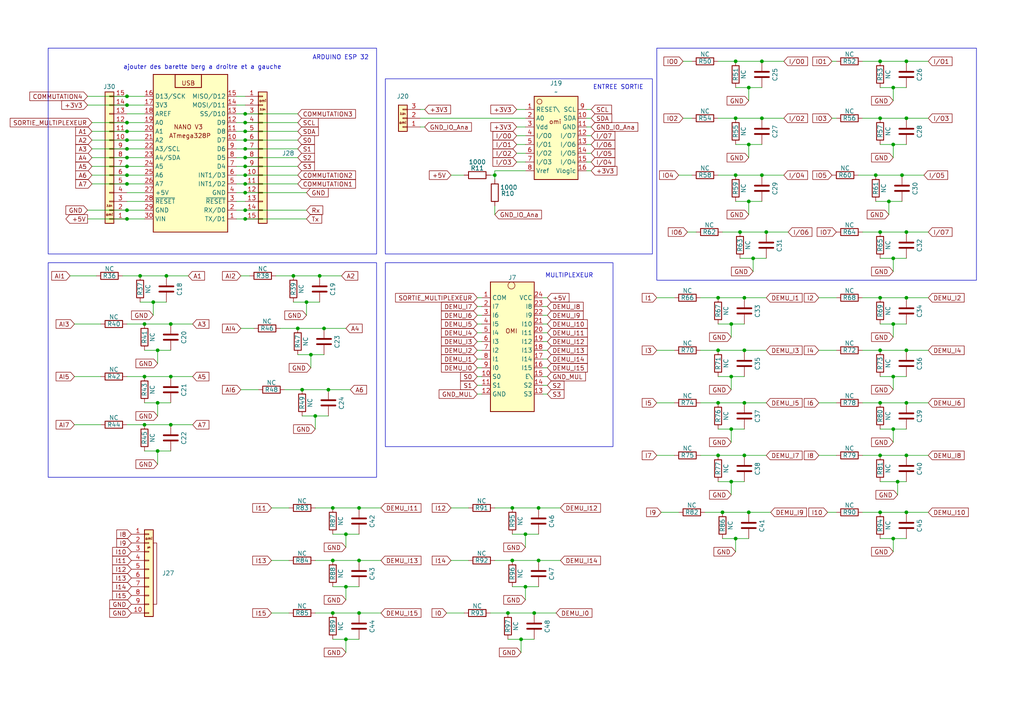
<source format=kicad_sch>
(kicad_sch (version 20231120) (generator "eeschema") (generator_version "8.0")
  (paper "A4")
  (junction (at 100.33 170.18))
  (junction (at 88.9 87.63))
  (junction (at 104.14 177.8))
  (junction (at 45.72 101.6))
  (junction (at 36.83 40.64))
  (junction (at 92.71 80.01))
  (junction (at 36.83 30.48))
  (junction (at 262.89 86.36))
  (junction (at 259.08 93.98))
  (junction (at 208.28 86.36))
  (junction (at 152.4 154.94))
  (junction (at 156.21 162.56))
  (junction (at 71.12 38.1))
  (junction (at 100.33 185.42))
  (junction (at 87.63 113.03))
  (junction (at 215.9 101.6))
  (junction (at 104.14 147.32))
  (junction (at 255.27 101.6))
  (junction (at 262.89 17.78))
  (junction (at 254 50.8))
  (junction (at 262.89 148.59))
  (junction (at 262.89 34.29))
  (junction (at 255.27 86.36))
  (junction (at 36.83 53.34))
  (junction (at 209.55 148.59))
  (junction (at 95.25 113.03))
  (junction (at 255.27 116.84))
  (junction (at 147.32 177.8))
  (junction (at 100.33 154.94))
  (junction (at 49.53 123.19))
  (junction (at 156.21 147.32))
  (junction (at 90.17 102.87))
  (junction (at 148.59 162.56))
  (junction (at 154.94 177.8))
  (junction (at 259.08 41.91))
  (junction (at 71.12 63.5))
  (junction (at 36.83 38.1))
  (junction (at 91.44 120.65))
  (junction (at 36.83 63.5))
  (junction (at 85.09 80.01))
  (junction (at 208.28 101.6))
  (junction (at 71.12 53.34))
  (junction (at 208.28 116.84))
  (junction (at 222.25 67.31))
  (junction (at 49.53 109.22))
  (junction (at 36.83 43.18))
  (junction (at 71.12 43.18))
  (junction (at 71.12 55.88))
  (junction (at 220.98 17.78))
  (junction (at 260.35 139.7))
  (junction (at 262.89 67.31))
  (junction (at 71.12 60.96))
  (junction (at 257.81 58.42))
  (junction (at 262.89 132.08))
  (junction (at 36.83 45.72))
  (junction (at 40.64 80.01))
  (junction (at 220.98 34.29))
  (junction (at 217.17 41.91))
  (junction (at 41.91 109.22))
  (junction (at 96.52 162.56))
  (junction (at 218.44 74.93))
  (junction (at 213.36 156.21))
  (junction (at 36.83 50.8))
  (junction (at 217.17 148.59))
  (junction (at 255.27 148.59))
  (junction (at 44.45 87.63))
  (junction (at 255.27 17.78))
  (junction (at 215.9 86.36))
  (junction (at 212.09 139.7))
  (junction (at 36.83 60.96))
  (junction (at 259.08 124.46))
  (junction (at 262.89 101.6))
  (junction (at 213.36 34.29))
  (junction (at 215.9 132.08))
  (junction (at 71.12 50.8))
  (junction (at 71.12 40.64))
  (junction (at 255.27 67.31))
  (junction (at 45.72 116.84))
  (junction (at 49.53 93.98))
  (junction (at 36.83 27.94))
  (junction (at 255.27 132.08))
  (junction (at 259.08 25.4))
  (junction (at 213.36 50.8))
  (junction (at 96.52 147.32))
  (junction (at 93.98 95.25))
  (junction (at 45.72 130.81))
  (junction (at 71.12 33.02))
  (junction (at 259.08 109.22))
  (junction (at 215.9 116.84))
  (junction (at 71.12 45.72))
  (junction (at 96.52 177.8))
  (junction (at 36.83 35.56))
  (junction (at 217.17 25.4))
  (junction (at 255.27 34.29))
  (junction (at 36.83 48.26))
  (junction (at 48.26 80.01))
  (junction (at 208.28 132.08))
  (junction (at 213.36 17.78))
  (junction (at 212.09 93.98))
  (junction (at 259.08 156.21))
  (junction (at 262.89 116.84))
  (junction (at 143.51 50.8))
  (junction (at 86.36 95.25))
  (junction (at 217.17 58.42))
  (junction (at 212.09 109.22))
  (junction (at 259.08 74.93))
  (junction (at 220.98 50.8))
  (junction (at 261.62 50.8))
  (junction (at 152.4 170.18))
  (junction (at 41.91 123.19))
  (junction (at 104.14 162.56))
  (junction (at 214.63 67.31))
  (junction (at 71.12 48.26))
  (junction (at 71.12 35.56))
  (junction (at 151.13 185.42))
  (junction (at 148.59 147.32))
  (junction (at 41.91 93.98))
  (junction (at 212.09 124.46))
  (wire (pts (xy 96.52 170.18) (xy 100.33 170.18)))
  (wire (pts (xy 158.75 96.52) (xy 157.48 96.52)))
  (wire (pts (xy 208.28 101.6) (xy 215.9 101.6)))
  (wire (pts (xy 215.9 101.6) (xy 222.25 101.6)))
  (wire (pts (xy 49.53 123.19) (xy 55.88 123.19)))
  (wire (pts (xy 88.9 63.5) (xy 71.12 63.5)))
  (wire (pts (xy 138.43 111.76) (xy 139.7 111.76)))
  (wire (pts (xy 44.45 87.63) (xy 44.45 91.44)))
  (wire (pts (xy 104.14 162.56) (xy 110.49 162.56)))
  (wire (pts (xy 21.59 109.22) (xy 29.21 109.22)))
  (wire (pts (xy 255.27 139.7) (xy 260.35 139.7)))
  (wire (pts (xy 255.27 86.36) (xy 262.89 86.36)))
  (wire (pts (xy 237.49 116.84) (xy 242.57 116.84)))
  (wire (pts (xy 26.67 48.26) (xy 36.83 48.26)))
  (wire (pts (xy 262.89 93.98) (xy 259.08 93.98)))
  (wire (pts (xy 49.53 109.22) (xy 55.88 109.22)))
  (wire (pts (xy 41.91 130.81) (xy 45.72 130.81)))
  (wire (pts (xy 69.85 113.03) (xy 74.93 113.03)))
  (wire (pts (xy 158.75 104.14) (xy 157.48 104.14)))
  (wire (pts (xy 41.91 93.98) (xy 49.53 93.98)))
  (wire (pts (xy 215.9 86.36) (xy 222.25 86.36)))
  (wire (pts (xy 40.64 80.01) (xy 48.26 80.01)))
  (wire (pts (xy 261.62 58.42) (xy 257.81 58.42)))
  (wire (pts (xy 130.81 50.8) (xy 134.62 50.8)))
  (wire (pts (xy 158.75 101.6) (xy 157.48 101.6)))
  (wire (pts (xy 255.27 41.91) (xy 259.08 41.91)))
  (wire (pts (xy 198.12 17.78) (xy 200.66 17.78)))
  (wire (pts (xy 254 50.8) (xy 261.62 50.8)))
  (wire (pts (xy 92.71 80.01) (xy 99.06 80.01)))
  (wire (pts (xy 36.83 63.5) (xy 41.91 63.5)))
  (wire (pts (xy 154.94 185.42) (xy 151.13 185.42)))
  (wire (pts (xy 215.9 116.84) (xy 222.25 116.84)))
  (wire (pts (xy 171.45 41.91) (xy 170.18 41.91)))
  (wire (pts (xy 217.17 148.59) (xy 223.52 148.59)))
  (wire (pts (xy 190.5 101.6) (xy 195.58 101.6)))
  (wire (pts (xy 100.33 154.94) (xy 100.33 158.75)))
  (wire (pts (xy 68.58 58.42) (xy 71.12 58.42)))
  (wire (pts (xy 123.19 36.83) (xy 121.92 36.83)))
  (wire (pts (xy 213.36 50.8) (xy 220.98 50.8)))
  (wire (pts (xy 80.01 80.01) (xy 85.09 80.01)))
  (wire (pts (xy 154.94 177.8) (xy 161.29 177.8)))
  (wire (pts (xy 259.08 124.46) (xy 259.08 128.27)))
  (wire (pts (xy 203.2 132.08) (xy 208.28 132.08)))
  (wire (pts (xy 40.64 87.63) (xy 44.45 87.63)))
  (wire (pts (xy 259.08 25.4) (xy 259.08 29.21)))
  (wire (pts (xy 215.9 93.98) (xy 212.09 93.98)))
  (wire (pts (xy 212.09 139.7) (xy 212.09 143.51)))
  (wire (pts (xy 250.19 101.6) (xy 255.27 101.6)))
  (wire (pts (xy 69.85 95.25) (xy 73.66 95.25)))
  (wire (pts (xy 255.27 109.22) (xy 259.08 109.22)))
  (wire (pts (xy 41.91 116.84) (xy 45.72 116.84)))
  (wire (pts (xy 36.83 35.56) (xy 41.91 35.56)))
  (wire (pts (xy 217.17 25.4) (xy 217.17 29.21)))
  (wire (pts (xy 71.12 43.18) (xy 68.58 43.18)))
  (wire (pts (xy 49.53 101.6) (xy 45.72 101.6)))
  (wire (pts (xy 104.14 177.8) (xy 110.49 177.8)))
  (wire (pts (xy 138.43 109.22) (xy 139.7 109.22)))
  (wire (pts (xy 255.27 101.6) (xy 262.89 101.6)))
  (wire (pts (xy 104.14 185.42) (xy 100.33 185.42)))
  (wire (pts (xy 217.17 156.21) (xy 213.36 156.21)))
  (wire (pts (xy 214.63 74.93) (xy 218.44 74.93)))
  (wire (pts (xy 215.9 109.22) (xy 212.09 109.22)))
  (wire (pts (xy 91.44 120.65) (xy 91.44 124.46)))
  (wire (pts (xy 71.12 45.72) (xy 68.58 45.72)))
  (wire (pts (xy 149.86 41.91) (xy 152.4 41.91)))
  (wire (pts (xy 255.27 34.29) (xy 262.89 34.29)))
  (wire (pts (xy 96.52 162.56) (xy 104.14 162.56)))
  (wire (pts (xy 26.67 45.72) (xy 36.83 45.72)))
  (wire (pts (xy 71.12 60.96) (xy 68.58 60.96)))
  (wire (pts (xy 149.86 39.37) (xy 152.4 39.37)))
  (wire (pts (xy 171.45 44.45) (xy 170.18 44.45)))
  (wire (pts (xy 262.89 139.7) (xy 260.35 139.7)))
  (wire (pts (xy 26.67 38.1) (xy 36.83 38.1)))
  (wire (pts (xy 36.83 38.1) (xy 41.91 38.1)))
  (wire (pts (xy 142.24 177.8) (xy 147.32 177.8)))
  (wire (pts (xy 259.08 74.93) (xy 259.08 78.74)))
  (wire (pts (xy 212.09 93.98) (xy 212.09 97.79)))
  (wire (pts (xy 215.9 124.46) (xy 212.09 124.46)))
  (wire (pts (xy 81.28 95.25) (xy 86.36 95.25)))
  (wire (pts (xy 143.51 49.53) (xy 143.51 50.8)))
  (wire (pts (xy 208.28 86.36) (xy 215.9 86.36)))
  (wire (pts (xy 215.9 132.08) (xy 222.25 132.08)))
  (wire (pts (xy 203.2 101.6) (xy 208.28 101.6)))
  (wire (pts (xy 138.43 88.9) (xy 139.7 88.9)))
  (wire (pts (xy 208.28 34.29) (xy 213.36 34.29)))
  (wire (pts (xy 71.12 55.88) (xy 68.58 55.88)))
  (wire (pts (xy 129.54 177.8) (xy 134.62 177.8)))
  (wire (pts (xy 255.27 132.08) (xy 262.89 132.08)))
  (wire (pts (xy 21.59 123.19) (xy 29.21 123.19)))
  (wire (pts (xy 255.27 93.98) (xy 259.08 93.98)))
  (wire (pts (xy 100.33 170.18) (xy 100.33 173.99)))
  (wire (pts (xy 71.12 50.8) (xy 68.58 50.8)))
  (wire (pts (xy 208.28 93.98) (xy 212.09 93.98)))
  (wire (pts (xy 152.4 154.94) (xy 152.4 158.75)))
  (wire (pts (xy 213.36 17.78) (xy 220.98 17.78)))
  (wire (pts (xy 248.92 50.8) (xy 254 50.8)))
  (wire (pts (xy 201.93 67.31) (xy 199.39 67.31)))
  (wire (pts (xy 86.36 38.1) (xy 71.12 38.1)))
  (wire (pts (xy 262.89 34.29) (xy 269.24 34.29)))
  (wire (pts (xy 237.49 86.36) (xy 242.57 86.36)))
  (wire (pts (xy 68.58 30.48) (xy 71.12 30.48)))
  (wire (pts (xy 208.28 124.46) (xy 212.09 124.46)))
  (wire (pts (xy 152.4 49.53) (xy 143.51 49.53)))
  (wire (pts (xy 262.89 132.08) (xy 269.24 132.08)))
  (wire (pts (xy 262.89 86.36) (xy 269.24 86.36)))
  (wire (pts (xy 209.55 67.31) (xy 214.63 67.31)))
  (wire (pts (xy 71.12 38.1) (xy 68.58 38.1)))
  (wire (pts (xy 250.19 116.84) (xy 255.27 116.84)))
  (wire (pts (xy 36.83 27.94) (xy 41.91 27.94)))
  (wire (pts (xy 25.4 60.96) (xy 36.83 60.96)))
  (wire (pts (xy 147.32 185.42) (xy 151.13 185.42)))
  (wire (pts (xy 148.59 162.56) (xy 156.21 162.56)))
  (wire (pts (xy 71.12 63.5) (xy 68.58 63.5)))
  (wire (pts (xy 204.47 148.59) (xy 209.55 148.59)))
  (wire (pts (xy 92.71 87.63) (xy 88.9 87.63)))
  (wire (pts (xy 198.12 34.29) (xy 200.66 34.29)))
  (wire (pts (xy 104.14 154.94) (xy 100.33 154.94)))
  (wire (pts (xy 171.45 31.75) (xy 170.18 31.75)))
  (wire (pts (xy 262.89 41.91) (xy 259.08 41.91)))
  (wire (pts (xy 213.36 41.91) (xy 217.17 41.91)))
  (wire (pts (xy 143.51 59.69) (xy 143.51 62.23)))
  (wire (pts (xy 218.44 74.93) (xy 218.44 78.74)))
  (wire (pts (xy 36.83 48.26) (xy 41.91 48.26)))
  (wire (pts (xy 104.14 147.32) (xy 110.49 147.32)))
  (wire (pts (xy 190.5 86.36) (xy 195.58 86.36)))
  (wire (pts (xy 250.19 148.59) (xy 255.27 148.59)))
  (wire (pts (xy 149.86 36.83) (xy 152.4 36.83)))
  (wire (pts (xy 149.86 31.75) (xy 152.4 31.75)))
  (wire (pts (xy 158.75 114.3) (xy 157.48 114.3)))
  (wire (pts (xy 87.63 120.65) (xy 91.44 120.65)))
  (wire (pts (xy 130.81 147.32) (xy 135.89 147.32)))
  (wire (pts (xy 200.66 50.8) (xy 196.85 50.8)))
  (wire (pts (xy 158.75 91.44) (xy 157.48 91.44)))
  (wire (pts (xy 209.55 148.59) (xy 217.17 148.59)))
  (wire (pts (xy 158.75 109.22) (xy 157.48 109.22)))
  (wire (pts (xy 156.21 154.94) (xy 152.4 154.94)))
  (wire (pts (xy 26.67 53.34) (xy 36.83 53.34)))
  (wire (pts (xy 259.08 93.98) (xy 259.08 97.79)))
  (wire (pts (xy 208.28 132.08) (xy 215.9 132.08)))
  (wire (pts (xy 90.17 102.87) (xy 90.17 106.68)))
  (wire (pts (xy 82.55 113.03) (xy 87.63 113.03)))
  (wire (pts (xy 259.08 41.91) (xy 259.08 45.72)))
  (wire (pts (xy 250.19 34.29) (xy 255.27 34.29)))
  (wire (pts (xy 96.52 147.32) (xy 104.14 147.32)))
  (wire (pts (xy 214.63 67.31) (xy 222.25 67.31)))
  (wire (pts (xy 257.81 58.42) (xy 257.81 62.23)))
  (wire (pts (xy 88.9 87.63) (xy 88.9 91.44)))
  (wire (pts (xy 36.83 109.22) (xy 41.91 109.22)))
  (wire (pts (xy 262.89 67.31) (xy 269.24 67.31)))
  (wire (pts (xy 215.9 139.7) (xy 212.09 139.7)))
  (wire (pts (xy 208.28 116.84) (xy 215.9 116.84)))
  (wire (pts (xy 262.89 74.93) (xy 259.08 74.93)))
  (wire (pts (xy 151.13 185.42) (xy 151.13 189.23)))
  (wire (pts (xy 208.28 50.8) (xy 213.36 50.8)))
  (wire (pts (xy 71.12 48.26) (xy 68.58 48.26)))
  (wire (pts (xy 123.19 31.75) (xy 121.92 31.75)))
  (wire (pts (xy 255.27 17.78) (xy 262.89 17.78)))
  (wire (pts (xy 93.98 95.25) (xy 100.33 95.25)))
  (wire (pts (xy 45.72 130.81) (xy 45.72 134.62)))
  (wire (pts (xy 255.27 67.31) (xy 262.89 67.31)))
  (wire (pts (xy 262.89 156.21) (xy 259.08 156.21)))
  (wire (pts (xy 91.44 177.8) (xy 96.52 177.8)))
  (wire (pts (xy 208.28 17.78) (xy 213.36 17.78)))
  (wire (pts (xy 36.83 93.98) (xy 41.91 93.98)))
  (wire (pts (xy 255.27 74.93) (xy 259.08 74.93)))
  (wire (pts (xy 191.77 148.59) (xy 196.85 148.59)))
  (wire (pts (xy 96.52 154.94) (xy 100.33 154.94)))
  (wire (pts (xy 241.3 17.78) (xy 242.57 17.78)))
  (wire (pts (xy 262.89 116.84) (xy 269.24 116.84)))
  (wire (pts (xy 203.2 86.36) (xy 208.28 86.36)))
  (wire (pts (xy 213.36 156.21) (xy 213.36 160.02)))
  (wire (pts (xy 213.36 25.4) (xy 217.17 25.4)))
  (wire (pts (xy 143.51 50.8) (xy 143.51 52.07)))
  (wire (pts (xy 254 58.42) (xy 257.81 58.42)))
  (wire (pts (xy 87.63 113.03) (xy 95.25 113.03)))
  (wire (pts (xy 148.59 154.94) (xy 152.4 154.94)))
  (wire (pts (xy 217.17 58.42) (xy 217.17 62.23)))
  (wire (pts (xy 71.12 40.64) (xy 68.58 40.64)))
  (wire (pts (xy 171.45 46.99) (xy 170.18 46.99)))
  (wire (pts (xy 262.89 148.59) (xy 269.24 148.59)))
  (wire (pts (xy 85.09 80.01) (xy 92.71 80.01)))
  (wire (pts (xy 262.89 101.6) (xy 269.24 101.6)))
  (wire (pts (xy 49.53 93.98) (xy 55.88 93.98)))
  (wire (pts (xy 36.83 33.02) (xy 41.91 33.02)))
  (wire (pts (xy 36.83 58.42) (xy 41.91 58.42)))
  (wire (pts (xy 41.91 101.6) (xy 45.72 101.6)))
  (wire (pts (xy 208.28 139.7) (xy 212.09 139.7)))
  (wire (pts (xy 48.26 80.01) (xy 54.61 80.01)))
  (wire (pts (xy 203.2 116.84) (xy 208.28 116.84)))
  (wire (pts (xy 220.98 34.29) (xy 227.33 34.29)))
  (wire (pts (xy 158.75 86.36) (xy 157.48 86.36)))
  (wire (pts (xy 95.25 120.65) (xy 91.44 120.65)))
  (wire (pts (xy 86.36 45.72) (xy 71.12 45.72)))
  (wire (pts (xy 36.83 50.8) (xy 41.91 50.8)))
  (wire (pts (xy 149.86 44.45) (xy 152.4 44.45)))
  (wire (pts (xy 143.51 50.8) (xy 142.24 50.8)))
  (wire (pts (xy 158.75 88.9) (xy 157.48 88.9)))
  (wire (pts (xy 250.19 67.31) (xy 255.27 67.31)))
  (wire (pts (xy 171.45 49.53) (xy 170.18 49.53)))
  (wire (pts (xy 158.75 93.98) (xy 157.48 93.98)))
  (wire (pts (xy 158.75 111.76) (xy 157.48 111.76)))
  (wire (pts (xy 220.98 41.91) (xy 217.17 41.91)))
  (wire (pts (xy 138.43 104.14) (xy 139.7 104.14)))
  (wire (pts (xy 220.98 25.4) (xy 217.17 25.4)))
  (wire (pts (xy 262.89 124.46) (xy 259.08 124.46)))
  (wire (pts (xy 147.32 177.8) (xy 154.94 177.8)))
  (wire (pts (xy 138.43 96.52) (xy 139.7 96.52)))
  (wire (pts (xy 26.67 40.64) (xy 36.83 40.64)))
  (wire (pts (xy 190.5 116.84) (xy 195.58 116.84)))
  (wire (pts (xy 220.98 58.42) (xy 217.17 58.42)))
  (wire (pts (xy 36.83 60.96) (xy 41.91 60.96)))
  (wire (pts (xy 36.83 45.72) (xy 41.91 45.72)))
  (wire (pts (xy 255.27 124.46) (xy 259.08 124.46)))
  (wire (pts (xy 171.45 36.83) (xy 170.18 36.83)))
  (wire (pts (xy 71.12 35.56) (xy 68.58 35.56)))
  (wire (pts (xy 26.67 35.56) (xy 36.83 35.56)))
  (wire (pts (xy 86.36 40.64) (xy 71.12 40.64)))
  (wire (pts (xy 148.59 170.18) (xy 152.4 170.18)))
  (wire (pts (xy 143.51 162.56) (xy 148.59 162.56)))
  (wire (pts (xy 78.74 147.32) (xy 83.82 147.32)))
  (wire (pts (xy 93.98 102.87) (xy 90.17 102.87)))
  (wire (pts (xy 86.36 33.02) (xy 71.12 33.02)))
  (wire (pts (xy 255.27 25.4) (xy 259.08 25.4)))
  (wire (pts (xy 71.12 33.02) (xy 68.58 33.02)))
  (wire (pts (xy 49.53 130.81) (xy 45.72 130.81)))
  (wire (pts (xy 86.36 43.18) (xy 71.12 43.18)))
  (wire (pts (xy 36.83 30.48) (xy 41.91 30.48)))
  (wire (pts (xy 156.21 147.32) (xy 162.56 147.32)))
  (wire (pts (xy 213.36 34.29) (xy 220.98 34.29)))
  (wire (pts (xy 217.17 41.91) (xy 217.17 45.72)))
  (wire (pts (xy 138.43 99.06) (xy 139.7 99.06)))
  (wire (pts (xy 26.67 50.8) (xy 36.83 50.8)))
  (wire (pts (xy 68.58 27.94) (xy 71.12 27.94)))
  (wire (pts (xy 148.59 147.32) (xy 156.21 147.32)))
  (wire (pts (xy 190.5 132.08) (xy 195.58 132.08)))
  (wire (pts (xy 25.4 30.48) (xy 36.83 30.48)))
  (wire (pts (xy 138.43 91.44) (xy 139.7 91.44)))
  (wire (pts (xy 208.28 109.22) (xy 212.09 109.22)))
  (wire (pts (xy 138.43 86.36) (xy 139.7 86.36)))
  (wire (pts (xy 86.36 53.34) (xy 71.12 53.34)))
  (wire (pts (xy 143.51 147.32) (xy 148.59 147.32)))
  (wire (pts (xy 262.89 109.22) (xy 259.08 109.22)))
  (wire (pts (xy 78.74 177.8) (xy 83.82 177.8)))
  (wire (pts (xy 156.21 170.18) (xy 152.4 170.18)))
  (wire (pts (xy 250.19 17.78) (xy 255.27 17.78)))
  (wire (pts (xy 41.91 109.22) (xy 49.53 109.22)))
  (wire (pts (xy 158.75 106.68) (xy 157.48 106.68)))
  (wire (pts (xy 220.98 50.8) (xy 227.33 50.8)))
  (wire (pts (xy 25.4 27.94) (xy 36.83 27.94)))
  (wire (pts (xy 138.43 106.68) (xy 139.7 106.68)))
  (wire (pts (xy 45.72 116.84) (xy 45.72 120.65)))
  (wire (pts (xy 259.08 156.21) (xy 259.08 160.02)))
  (wire (pts (xy 250.19 86.36) (xy 255.27 86.36)))
  (wire (pts (xy 71.12 53.34) (xy 68.58 53.34)))
  (wire (pts (xy 104.14 170.18) (xy 100.33 170.18)))
  (wire (pts (xy 36.83 53.34) (xy 41.91 53.34)))
  (wire (pts (xy 86.36 48.26) (xy 71.12 48.26)))
  (wire (pts (xy 152.4 170.18) (xy 152.4 173.99)))
  (wire (pts (xy 138.43 114.3) (xy 139.7 114.3)))
  (wire (pts (xy 130.81 162.56) (xy 135.89 162.56)))
  (wire (pts (xy 237.49 101.6) (xy 242.57 101.6)))
  (wire (pts (xy 220.98 17.78) (xy 227.33 17.78)))
  (wire (pts (xy 96.52 177.8) (xy 104.14 177.8)))
  (wire (pts (xy 91.44 147.32) (xy 96.52 147.32)))
  (wire (pts (xy 25.4 63.5) (xy 36.83 63.5)))
  (wire (pts (xy 88.9 60.96) (xy 71.12 60.96)))
  (wire (pts (xy 96.52 185.42) (xy 100.33 185.42)))
  (wire (pts (xy 95.25 113.03) (xy 101.6 113.03)))
  (wire (pts (xy 88.9 55.88) (xy 71.12 55.88)))
  (wire (pts (xy 85.09 87.63) (xy 88.9 87.63)))
  (wire (pts (xy 261.62 50.8) (xy 267.97 50.8)))
  (wire (pts (xy 212.09 109.22) (xy 212.09 113.03)))
  (wire (pts (xy 255.27 148.59) (xy 262.89 148.59)))
  (wire (pts (xy 36.83 123.19) (xy 41.91 123.19)))
  (wire (pts (xy 138.43 93.98) (xy 139.7 93.98)))
  (wire (pts (xy 156.21 162.56) (xy 162.56 162.56)))
  (wire (pts (xy 86.36 35.56) (xy 71.12 35.56)))
  (wire (pts (xy 86.36 102.87) (xy 90.17 102.87)))
  (wire (pts (xy 26.67 43.18) (xy 36.83 43.18)))
  (wire (pts (xy 86.36 50.8) (xy 71.12 50.8)))
  (wire (pts (xy 100.33 185.42) (xy 100.33 189.23)))
  (wire (pts (xy 20.32 80.01) (xy 27.94 80.01)))
  (wire (pts (xy 255.27 116.84) (xy 262.89 116.84)))
  (wire (pts (xy 240.03 148.59) (xy 242.57 148.59)))
  (wire (pts (xy 250.19 132.08) (xy 255.27 132.08)))
  (wire (pts (xy 259.08 109.22) (xy 259.08 113.03)))
  (wire (pts (xy 138.43 101.6) (xy 139.7 101.6)))
  (wire (pts (xy 91.44 162.56) (xy 96.52 162.56)))
  (wire (pts (xy 171.45 39.37) (xy 170.18 39.37)))
  (wire (pts (xy 149.86 46.99) (xy 152.4 46.99)))
  (wire (pts (xy 121.92 34.29) (xy 152.4 34.29)))
  (wire (pts (xy 36.83 55.88) (xy 41.91 55.88)))
  (wire (pts (xy 255.27 156.21) (xy 259.08 156.21)))
  (wire (pts (xy 262.89 17.78) (xy 269.24 17.78)))
  (wire (pts (xy 237.49 132.08) (xy 242.57 132.08)))
  (wire (pts (xy 209.55 156.21) (xy 213.36 156.21)))
  (wire (pts (xy 213.36 58.42) (xy 217.17 58.42)))
  (wire (pts (xy 49.53 116.84) (xy 45.72 116.84)))
  (wire (pts (xy 241.3 34.29) (xy 242.57 34.29)))
  (wire (pts (xy 69.85 80.01) (xy 72.39 80.01)))
  (wire (pts (xy 41.91 123.19) (xy 49.53 123.19)))
  (wire (pts (xy 222.25 74.93) (xy 218.44 74.93)))
  (wire (pts (xy 36.83 40.64) (xy 41.91 40.64)))
  (wire (pts (xy 35.56 80.01) (xy 40.64 80.01)))
  (wire (pts (xy 212.09 124.46) (xy 212.09 128.27)))
  (wire (pts (xy 260.35 139.7) (xy 260.35 143.51)))
  (wire (pts (xy 262.89 25.4) (xy 259.08 25.4)))
  (wire (pts (xy 78.74 162.56) (xy 83.82 162.56)))
  (wire (pts (xy 222.25 67.31) (xy 228.6 67.31)))
  (wire (pts (xy 36.83 43.18) (xy 41.91 43.18)))
  (wire (pts (xy 158.75 99.06) (xy 157.48 99.06)))
  (wire (pts (xy 48.26 87.63) (xy 44.45 87.63)))
  (wire (pts (xy 86.36 95.25) (xy 93.98 95.25)))
  (wire (pts (xy 21.59 93.98) (xy 29.21 93.98)))
  (wire (pts (xy 171.45 34.29) (xy 170.18 34.29)))
  (wire (pts (xy 45.72 101.6) (xy 45.72 105.41)))
  (rectangle (start 190.5 13.97) (end 283.21 81.28))
  (rectangle (start 13.97 13.97) (end 109.22 73.66))
  (rectangle (start 13.97 76.2) (end 109.22 138.43))
  (rectangle (start 111.76 22.86) (end 189.23 73.66))
  (rectangle (start 111.76 76.2) (end 177.8 129.54))
  (text "ARDUINO ESP 32\n" (at 98.806 16.764 0) (effects (font (size 1.27 1.27))))
  (text "ajouter des barette berg a droitre et a gauche " (at 59.182 19.558 0) (effects (font (size 1.27 1.27))))
  (text "ENTREE SORTIE\n" (at 179.324 25.4 0) (effects (font (size 1.27 1.27))))
  (text "MULTIPLEXEUR\n" (at 165.1 80.01 0) (effects (font (size 1.27 1.27))))
  (global_label "GND" (shape input) (at 259.08 128.27 180) (property "Intersheetrefs" "${INTERSHEET_REFS}" (effects (hide yes))))
  (global_label "I11" (shape input) (at 38.1 162.56 180) (property "Intersheetrefs" "${INTERSHEET_REFS}" (effects (hide yes))))
  (global_label "IO5" (shape input) (at 241.3 50.8 180) (property "Intersheetrefs" "${INTERSHEET_REFS}" (effects (hide yes))))
  (global_label "+3V3" (shape input) (at 149.86 31.75 180) (property "Intersheetrefs" "${INTERSHEET_REFS}" (effects (hide yes))))
  (global_label "I14" (shape input) (at 38.1 170.18 180) (property "Intersheetrefs" "${INTERSHEET_REFS}" (effects (hide yes))))
  (global_label "I{slash}O6" (shape input) (at 171.45 41.91 0) (property "Intersheetrefs" "${INTERSHEET_REFS}" (effects (hide yes))))
  (global_label "DEMU_I3" (shape input) (at 138.43 99.06 180) (property "Intersheetrefs" "${INTERSHEET_REFS}" (effects (hide yes))))
  (global_label "AI5" (shape input) (at 21.59 109.22 180) (property "Intersheetrefs" "${INTERSHEET_REFS}" (effects (hide yes))))
  (global_label "IO0" (shape input) (at 198.12 17.78 180) (property "Intersheetrefs" "${INTERSHEET_REFS}" (effects (hide yes))))
  (global_label "S2" (shape input) (at 86.36 45.72 0) (property "Intersheetrefs" "${INTERSHEET_REFS}" (effects (hide yes))))
  (global_label "DEMU_I6" (shape input) (at 269.24 116.84 0) (property "Intersheetrefs" "${INTERSHEET_REFS}" (effects (hide yes))))
  (global_label "I13" (shape input) (at 38.1 167.64 180) (property "Intersheetrefs" "${INTERSHEET_REFS}" (effects (hide yes))))
  (global_label "GND" (shape input) (at 212.09 97.79 180) (property "Intersheetrefs" "${INTERSHEET_REFS}" (effects (hide yes))))
  (global_label "GND" (shape input) (at 152.4 173.99 180) (property "Intersheetrefs" "${INTERSHEET_REFS}" (effects (hide yes))))
  (global_label "DEMU_I0" (shape input) (at 138.43 106.68 180) (property "Intersheetrefs" "${INTERSHEET_REFS}" (effects (hide yes))))
  (global_label "COMMUTATION1" (shape input) (at 86.36 53.34 0) (property "Intersheetrefs" "${INTERSHEET_REFS}" (effects (hide yes))))
  (global_label "+5V" (shape input) (at 130.81 50.8 180) (property "Intersheetrefs" "${INTERSHEET_REFS}" (effects (hide yes))))
  (global_label "IO1" (shape input) (at 241.3 17.78 180) (property "Intersheetrefs" "${INTERSHEET_REFS}" (effects (hide yes))))
  (global_label "S2" (shape input) (at 158.75 111.76 0) (property "Intersheetrefs" "${INTERSHEET_REFS}" (effects (hide yes))))
  (global_label "GND" (shape input) (at 212.09 143.51 180) (property "Intersheetrefs" "${INTERSHEET_REFS}" (effects (hide yes))))
  (global_label "SCL" (shape input) (at 86.36 35.56 0) (property "Intersheetrefs" "${INTERSHEET_REFS}" (effects (hide yes))))
  (global_label "GND" (shape input) (at 259.08 78.74 180) (property "Intersheetrefs" "${INTERSHEET_REFS}" (effects (hide yes))))
  (global_label "GND" (shape input) (at 88.9 55.88 0) (property "Intersheetrefs" "${INTERSHEET_REFS}" (effects (hide yes))))
  (global_label "S1" (shape input) (at 138.43 111.76 180) (property "Intersheetrefs" "${INTERSHEET_REFS}" (effects (hide yes))))
  (global_label "A1" (shape input) (at 54.61 80.01 0) (property "Intersheetrefs" "${INTERSHEET_REFS}" (effects (hide yes))))
  (global_label "GND" (shape input) (at 212.09 113.03 180) (property "Intersheetrefs" "${INTERSHEET_REFS}" (effects (hide yes))))
  (global_label "A2" (shape input) (at 26.67 40.64 180) (property "Intersheetrefs" "${INTERSHEET_REFS}" (effects (hide yes))))
  (global_label "GND" (shape input) (at 88.9 91.44 180) (property "Intersheetrefs" "${INTERSHEET_REFS}" (effects (hide yes))))
  (global_label "DEMU_I12" (shape input) (at 162.56 147.32 0) (property "Intersheetrefs" "${INTERSHEET_REFS}" (effects (hide yes))))
  (global_label "I{slash}O3" (shape input) (at 269.24 34.29 0) (property "Intersheetrefs" "${INTERSHEET_REFS}" (effects (hide yes))))
  (global_label "I{slash}O7" (shape input) (at 171.45 39.37 0) (property "Intersheetrefs" "${INTERSHEET_REFS}" (effects (hide yes))))
  (global_label "I9" (shape input) (at 191.77 148.59 180) (property "Intersheetrefs" "${INTERSHEET_REFS}" (effects (hide yes))))
  (global_label "GND_MUL" (shape input) (at 138.43 114.3 180) (property "Intersheetrefs" "${INTERSHEET_REFS}" (effects (hide yes))))
  (global_label "AI2" (shape input) (at 69.85 80.01 180) (property "Intersheetrefs" "${INTERSHEET_REFS}" (effects (hide yes))))
  (global_label "GND_IO_Ana" (shape input) (at 143.51 62.23 0) (property "Intersheetrefs" "${INTERSHEET_REFS}" (effects (hide yes))))
  (global_label "A3" (shape input) (at 55.88 93.98 0) (property "Intersheetrefs" "${INTERSHEET_REFS}" (effects (hide yes))))
  (global_label "I15" (shape input) (at 78.74 177.8 180) (property "Intersheetrefs" "${INTERSHEET_REFS}" (effects (hide yes))))
  (global_label "DEMU_I7" (shape input) (at 222.25 132.08 0) (property "Intersheetrefs" "${INTERSHEET_REFS}" (effects (hide yes))))
  (global_label "I10" (shape input) (at 240.03 148.59 180) (property "Intersheetrefs" "${INTERSHEET_REFS}" (effects (hide yes))))
  (global_label "+3V3" (shape input) (at 123.19 31.75 0) (property "Intersheetrefs" "${INTERSHEET_REFS}" (effects (hide yes))))
  (global_label "GND" (shape input) (at 212.09 128.27 180) (property "Intersheetrefs" "${INTERSHEET_REFS}" (effects (hide yes))))
  (global_label "GND" (shape input) (at 260.35 143.51 180) (property "Intersheetrefs" "${INTERSHEET_REFS}" (effects (hide yes))))
  (global_label "I8" (shape input) (at 38.1 154.94 180) (property "Intersheetrefs" "${INTERSHEET_REFS}" (effects (hide yes))))
  (global_label "GND" (shape input) (at 259.08 97.79 180) (property "Intersheetrefs" "${INTERSHEET_REFS}" (effects (hide yes))))
  (global_label "GND_IO_Ana" (shape input) (at 123.19 36.83 0) (property "Intersheetrefs" "${INTERSHEET_REFS}" (effects (hide yes))))
  (global_label "DEMU_I11" (shape input) (at 110.49 147.32 0) (property "Intersheetrefs" "${INTERSHEET_REFS}" (effects (hide yes))))
  (global_label "I3" (shape input) (at 190.5 101.6 180) (property "Intersheetrefs" "${INTERSHEET_REFS}" (effects (hide yes))))
  (global_label "GND" (shape input) (at 151.13 189.23 180) (property "Intersheetrefs" "${INTERSHEET_REFS}" (effects (hide yes))))
  (global_label "DEMU_I4" (shape input) (at 269.24 101.6 0) (property "Intersheetrefs" "${INTERSHEET_REFS}" (effects (hide yes))))
  (global_label "I{slash}O2" (shape input) (at 227.33 34.29 0) (property "Intersheetrefs" "${INTERSHEET_REFS}" (effects (hide yes))))
  (global_label "GND" (shape input) (at 213.36 160.02 180) (property "Intersheetrefs" "${INTERSHEET_REFS}" (effects (hide yes))))
  (global_label "SCL" (shape input) (at 171.45 31.75 0) (property "Intersheetrefs" "${INTERSHEET_REFS}" (effects (hide yes))))
  (global_label "S0" (shape input) (at 138.43 109.22 180) (property "Intersheetrefs" "${INTERSHEET_REFS}" (effects (hide yes))))
  (global_label "DEMU_I8" (shape input) (at 158.75 88.9 0) (property "Intersheetrefs" "${INTERSHEET_REFS}" (effects (hide yes))))
  (global_label "S1" (shape input) (at 86.36 43.18 0) (property "Intersheetrefs" "${INTERSHEET_REFS}" (effects (hide yes))))
  (global_label "DEMU_I8" (shape input) (at 269.24 132.08 0) (property "Intersheetrefs" "${INTERSHEET_REFS}" (effects (hide yes))))
  (global_label "GND" (shape input) (at 91.44 124.46 180) (property "Intersheetrefs" "${INTERSHEET_REFS}" (effects (hide yes))))
  (global_label "DEMU_I10" (shape input) (at 158.75 93.98 0) (property "Intersheetrefs" "${INTERSHEET_REFS}" (effects (hide yes))))
  (global_label "A7" (shape input) (at 26.67 53.34 180) (property "Intersheetrefs" "${INTERSHEET_REFS}" (effects (hide yes))))
  (global_label "DEMU_I0" (shape input) (at 161.29 177.8 0) (property "Intersheetrefs" "${INTERSHEET_REFS}" (effects (hide yes))))
  (global_label "GND" (shape input) (at 100.33 158.75 180) (property "Intersheetrefs" "${INTERSHEET_REFS}" (effects (hide yes))))
  (global_label "COMMUTATION4" (shape input) (at 25.4 27.94 180) (property "Intersheetrefs" "${INTERSHEET_REFS}" (effects (hide yes))))
  (global_label "GND" (shape input) (at 45.72 120.65 180) (property "Intersheetrefs" "${INTERSHEET_REFS}" (effects (hide yes))))
  (global_label "GND" (shape input) (at 25.4 60.96 180) (property "Intersheetrefs" "${INTERSHEET_REFS}" (effects (hide yes))))
  (global_label "I{slash}O2" (shape input) (at 149.86 44.45 180) (property "Intersheetrefs" "${INTERSHEET_REFS}" (effects (hide yes))))
  (global_label "I12" (shape input) (at 130.81 147.32 180) (property "Intersheetrefs" "${INTERSHEET_REFS}" (effects (hide yes))))
  (global_label "DEMU_I10" (shape input) (at 269.24 148.59 0) (property "Intersheetrefs" "${INTERSHEET_REFS}" (effects (hide yes))))
  (global_label "GND" (shape input) (at 217.17 29.21 180) (property "Intersheetrefs" "${INTERSHEET_REFS}" (effects (hide yes))))
  (global_label "GND_IO_Ana" (shape input) (at 171.45 36.83 0) (property "Intersheetrefs" "${INTERSHEET_REFS}" (effects (hide yes))))
  (global_label "Rx" (shape input) (at 88.9 60.96 0) (property "Intersheetrefs" "${INTERSHEET_REFS}" (effects (hide yes))))
  (global_label "IO4" (shape input) (at 196.85 50.8 180) (property "Intersheetrefs" "${INTERSHEET_REFS}" (effects (hide yes))))
  (global_label "GND" (shape input) (at 100.33 189.23 180) (property "Intersheetrefs" "${INTERSHEET_REFS}" (effects (hide yes))))
  (global_label "SORTIE_MULTIPLEXEUR" (shape input) (at 26.67 35.56 180) (property "Intersheetrefs" "${INTERSHEET_REFS}" (effects (hide yes))))
  (global_label "IO2" (shape input) (at 198.12 34.29 180) (property "Intersheetrefs" "${INTERSHEET_REFS}" (effects (hide yes))))
  (global_label "S3" (shape input) (at 86.36 48.26 0) (property "Intersheetrefs" "${INTERSHEET_REFS}" (effects (hide yes))))
  (global_label "GND" (shape input) (at 257.81 62.23 180) (property "Intersheetrefs" "${INTERSHEET_REFS}" (effects (hide yes))))
  (global_label "COMMUTATION3" (shape input) (at 86.36 33.02 0) (property "Intersheetrefs" "${INTERSHEET_REFS}" (effects (hide yes))))
  (global_label "SDA" (shape input) (at 86.36 38.1 0) (property "Intersheetrefs" "${INTERSHEET_REFS}" (effects (hide yes))))
  (global_label "DEMU_I4" (shape input) (at 138.43 96.52 180) (property "Intersheetrefs" "${INTERSHEET_REFS}" (effects (hide yes))))
  (global_label "A7" (shape input) (at 55.88 123.19 0) (property "Intersheetrefs" "${INTERSHEET_REFS}" (effects (hide yes))))
  (global_label "+3V3" (shape input) (at 149.86 36.83 180) (property "Intersheetrefs" "${INTERSHEET_REFS}" (effects (hide yes))))
  (global_label "AI7" (shape input) (at 21.59 123.19 180) (property "Intersheetrefs" "${INTERSHEET_REFS}" (effects (hide yes))))
  (global_label "I11" (shape input) (at 78.74 147.32 180) (property "Intersheetrefs" "${INTERSHEET_REFS}" (effects (hide yes))))
  (global_label "IO6" (shape input) (at 199.39 67.31 180) (property "Intersheetrefs" "${INTERSHEET_REFS}" (effects (hide yes))))
  (global_label "DEMU_I12" (shape input) (at 158.75 99.06 0) (property "Intersheetrefs" "${INTERSHEET_REFS}" (effects (hide yes))))
  (global_label "GND" (shape input) (at 45.72 134.62 180) (property "Intersheetrefs" "${INTERSHEET_REFS}" (effects (hide yes))))
  (global_label "I{slash}O1" (shape input) (at 149.86 41.91 180) (property "Intersheetrefs" "${INTERSHEET_REFS}" (effects (hide yes))))
  (global_label "I6" (shape input) (at 237.49 116.84 180) (property "Intersheetrefs" "${INTERSHEET_REFS}" (effects (hide yes))))
  (global_label "DEMU_I2" (shape input) (at 269.24 86.36 0) (property "Intersheetrefs" "${INTERSHEET_REFS}" (effects (hide yes))))
  (global_label "SDA" (shape input) (at 171.45 34.29 0) (property "Intersheetrefs" "${INTERSHEET_REFS}" (effects (hide yes))))
  (global_label "AI1" (shape input) (at 20.32 80.01 180) (property "Intersheetrefs" "${INTERSHEET_REFS}" (effects (hide yes))))
  (global_label "DEMU_I3" (shape input) (at 222.25 101.6 0) (property "Intersheetrefs" "${INTERSHEET_REFS}" (effects (hide yes))))
  (global_label "GND" (shape input) (at 217.17 45.72 180) (property "Intersheetrefs" "${INTERSHEET_REFS}" (effects (hide yes))))
  (global_label "I1" (shape input) (at 190.5 86.36 180) (property "Intersheetrefs" "${INTERSHEET_REFS}" (effects (hide yes))))
  (global_label "GND" (shape input) (at 45.72 105.41 180) (property "Intersheetrefs" "${INTERSHEET_REFS}" (effects (hide yes))))
  (global_label "GND" (shape input) (at 100.33 173.99 180) (property "Intersheetrefs" "${INTERSHEET_REFS}" (effects (hide yes))))
  (global_label "DEMU_I5" (shape input) (at 138.43 93.98 180) (property "Intersheetrefs" "${INTERSHEET_REFS}" (effects (hide yes))))
  (global_label "GND" (shape input) (at 259.08 160.02 180) (property "Intersheetrefs" "${INTERSHEET_REFS}" (effects (hide yes))))
  (global_label "I10" (shape input) (at 38.1 160.02 180) (property "Intersheetrefs" "${INTERSHEET_REFS}" (effects (hide yes))))
  (global_label "DEMU_I9" (shape input) (at 223.52 148.59 0) (property "Intersheetrefs" "${INTERSHEET_REFS}" (effects (hide yes))))
  (global_label "I7" (shape input) (at 190.5 132.08 180) (property "Intersheetrefs" "${INTERSHEET_REFS}" (effects (hide yes))))
  (global_label "I2" (shape input) (at 237.49 86.36 180) (property "Intersheetrefs" "${INTERSHEET_REFS}" (effects (hide yes))))
  (global_label "A4" (shape input) (at 100.33 95.25 0) (property "Intersheetrefs" "${INTERSHEET_REFS}" (effects (hide yes))))
  (global_label "IO3" (shape input) (at 241.3 34.29 180) (property "Intersheetrefs" "${INTERSHEET_REFS}" (effects (hide yes))))
  (global_label "S0" (shape input) (at 86.36 40.64 0) (property "Intersheetrefs" "${INTERSHEET_REFS}" (effects (hide yes))))
  (global_label "A6" (shape input) (at 26.67 50.8 180) (property "Intersheetrefs" "${INTERSHEET_REFS}" (effects (hide yes))))
  (global_label "DEMU_I9" (shape input) (at 158.75 91.44 0) (property "Intersheetrefs" "${INTERSHEET_REFS}" (effects (hide yes))))
  (global_label "I{slash}O5" (shape input) (at 171.45 44.45 0) (property "Intersheetrefs" "${INTERSHEET_REFS}" (effects (hide yes))))
  (global_label "GND_MUL" (shape input) (at 158.75 109.22 0) (property "Intersheetrefs" "${INTERSHEET_REFS}" (effects (hide yes))))
  (global_label "Tx" (shape input) (at 88.9 63.5 0) (property "Intersheetrefs" "${INTERSHEET_REFS}" (effects (hide yes))))
  (global_label "I8" (shape input) (at 237.49 132.08 180) (property "Intersheetrefs" "${INTERSHEET_REFS}" (effects (hide yes))))
  (global_label "A6" (shape input) (at 101.6 113.03 0) (property "Intersheetrefs" "${INTERSHEET_REFS}" (effects (hide yes))))
  (global_label "I{slash}O6" (shape input) (at 228.6 67.31 0) (property "Intersheetrefs" "${INTERSHEET_REFS}" (effects (hide yes))))
  (global_label "DEMU_I14" (shape input) (at 158.75 104.14 0) (property "Intersheetrefs" "${INTERSHEET_REFS}" (effects (hide yes))))
  (global_label "GND" (shape input) (at 38.1 177.8 180) (property "Intersheetrefs" "${INTERSHEET_REFS}" (effects (hide yes))))
  (global_label "GND" (shape input) (at 44.45 91.44 180) (property "Intersheetrefs" "${INTERSHEET_REFS}" (effects (hide yes))))
  (global_label "I{slash}O7" (shape input) (at 269.24 67.31 0) (property "Intersheetrefs" "${INTERSHEET_REFS}" (effects (hide yes))))
  (global_label "SORTIE_MULTIPLEXEUR" (shape input) (at 138.43 86.36 180) (property "Intersheetrefs" "${INTERSHEET_REFS}" (effects (hide yes))))
  (global_label "GND" (shape input) (at 38.1 175.26 180) (property "Intersheetrefs" "${INTERSHEET_REFS}" (effects (hide yes))))
  (global_label "DEMU_I13" (shape input) (at 110.49 162.56 0) (property "Intersheetrefs" "${INTERSHEET_REFS}" (effects (hide yes))))
  (global_label "DEMU_I2" (shape input) (at 138.43 101.6 180) (property "Intersheetrefs" "${INTERSHEET_REFS}" (effects (hide yes))))
  (global_label "COMMUTATION2" (shape input) (at 86.36 50.8 0) (property "Intersheetrefs" "${INTERSHEET_REFS}" (effects (hide yes))))
  (global_label "IO7" (shape input) (at 242.57 67.31 180) (property "Intersheetrefs" "${INTERSHEET_REFS}" (effects (hide yes))))
  (global_label "I{slash}O0" (shape input) (at 227.33 17.78 0) (property "Intersheetrefs" "${INTERSHEET_REFS}" (effects (hide yes))))
  (global_label "DEMU_I13" (shape input) (at 158.75 101.6 0) (property "Intersheetrefs" "${INTERSHEET_REFS}" (effects (hide yes))))
  (global_label "A2" (shape input) (at 99.06 80.01 0) (property "Intersheetrefs" "${INTERSHEET_REFS}" (effects (hide yes))))
  (global_label "DEMU_I15" (shape input) (at 110.49 177.8 0) (property "Intersheetrefs" "${INTERSHEET_REFS}" (effects (hide yes))))
  (global_label "+3V3" (shape input) (at 171.45 49.53 0) (property "Intersheetrefs" "${INTERSHEET_REFS}" (effects (hide yes))))
  (global_label "GND" (shape input) (at 218.44 78.74 180) (property "Intersheetrefs" "${INTERSHEET_REFS}" (effects (hide yes))))
  (global_label "I{slash}O4" (shape input) (at 227.33 50.8 0) (property "Intersheetrefs" "${INTERSHEET_REFS}" (effects (hide yes))))
  (global_label "I4" (shape input) (at 237.49 101.6 180) (property "Intersheetrefs" "${INTERSHEET_REFS}" (effects (hide yes))))
  (global_label "I13" (shape input) (at 78.74 162.56 180) (property "Intersheetrefs" "${INTERSHEET_REFS}" (effects (hide yes))))
  (global_label "DEMU_I6" (shape input) (at 138.43 91.44 180) (property "Intersheetrefs" "${INTERSHEET_REFS}" (effects (hide yes))))
  (global_label "I12" (shape input) (at 38.1 165.1 180) (property "Intersheetrefs" "${INTERSHEET_REFS}" (effects (hide yes))))
  (global_label "DEMU_I1" (shape input) (at 138.43 104.14 180) (property "Intersheetrefs" "${INTERSHEET_REFS}" (effects (hide yes))))
  (global_label "I15" (shape input) (at 38.1 172.72 180) (property "Intersheetrefs" "${INTERSHEET_REFS}" (effects (hide yes))))
  (global_label "DEMU_I15" (shape input) (at 158.75 106.68 0) (property "Intersheetrefs" "${INTERSHEET_REFS}" (effects (hide yes))))
  (global_label "I9" (shape input) (at 38.1 157.48 180) (property "Intersheetrefs" "${INTERSHEET_REFS}" (effects (hide yes))))
  (global_label "DEMU_I11" (shape input) (at 158.75 96.52 0) (property "Intersheetrefs" "${INTERSHEET_REFS}" (effects (hide yes))))
  (global_label "GND" (shape input) (at 152.4 158.75 180) (property "Intersheetrefs" "${INTERSHEET_REFS}" (effects (hide yes))))
  (global_label "AI3" (shape input) (at 21.59 93.98 180) (property "Intersheetrefs" "${INTERSHEET_REFS}" (effects (hide yes))))
  (global_label "I0" (shape input) (at 129.54 177.8 180) (property "Intersheetrefs" "${INTERSHEET_REFS}" (effects (hide yes))))
  (global_label "GND" (shape input) (at 217.17 62.23 180) (property "Intersheetrefs" "${INTERSHEET_REFS}" (effects (hide yes))))
  (global_label "GND" (shape input) (at 259.08 45.72 180) (property "Intersheetrefs" "${INTERSHEET_REFS}" (effects (hide yes))))
  (global_label "GND" (shape input) (at 259.08 29.21 180) (property "Intersheetrefs" "${INTERSHEET_REFS}" (effects (hide yes))))
  (global_label "+3V3" (shape input) (at 25.4 30.48 180) (property "Intersheetrefs" "${INTERSHEET_REFS}" (effects (hide yes))))
  (global_label "AI4" (shape input) (at 69.85 95.25 180) (property "Intersheetrefs" "${INTERSHEET_REFS}" (effects (hide yes))))
  (global_label "S3" (shape input) (at 158.75 114.3 0) (property "Intersheetrefs" "${INTERSHEET_REFS}" (effects (hide yes))))
  (global_label "DEMU_I7" (shape input) (at 138.43 88.9 180) (property "Intersheetrefs" "${INTERSHEET_REFS}" (effects (hide yes))))
  (global_label "GND" (shape input) (at 90.17 106.68 180) (property "Intersheetrefs" "${INTERSHEET_REFS}" (effects (hide yes))))
  (global_label "I{slash}O3" (shape input) (at 149.86 46.99 180) (property "Intersheetrefs" "${INTERSHEET_REFS}" (effects (hide yes))))
  (global_label "GND" (shape input) (at 259.08 113.03 180) (property "Intersheetrefs" "${INTERSHEET_REFS}" (effects (hide yes))))
  (global_label "I{slash}O1" (shape input) (at 269.24 17.78 0) (property "Intersheetrefs" "${INTERSHEET_REFS}" (effects (hide yes))))
  (global_label "I5" (shape input) (at 190.5 116.84 180) (property "Intersheetrefs" "${INTERSHEET_REFS}" (effects (hide yes))))
  (global_label "I{slash}O5" (shape input) (at 267.97 50.8 0) (property "Intersheetrefs" "${INTERSHEET_REFS}" (effects (hide yes))))
  (global_label "+5V" (shape input) (at 158.75 86.36 0) (property "Intersheetrefs" "${INTERSHEET_REFS}" (effects (hide yes))))
  (global_label "+5V" (shape output) (at 25.4 63.5 180) (property "Intersheetrefs" "${INTERSHEET_REFS}" (effects (hide yes))))
  (global_label "A1" (shape input) (at 26.67 38.1 180) (property "Intersheetrefs" "${INTERSHEET_REFS}" (effects (hide yes))))
  (global_label "AI6" (shape input) (at 69.85 113.03 180) (property "Intersheetrefs" "${INTERSHEET_REFS}" (effects (hide yes))))
  (global_label "I{slash}O4" (shape input) (at 171.45 46.99 0) (property "Intersheetrefs" "${INTERSHEET_REFS}" (effects (hide yes))))
  (global_label "A5" (shape input) (at 55.88 109.22 0) (property "Intersheetrefs" "${INTERSHEET_REFS}" (effects (hide yes))))
  (global_label "A3" (shape input) (at 26.67 43.18 180) (property "Intersheetrefs" "${INTERSHEET_REFS}" (effects (hide yes))))
  (global_label "A4" (shape input) (at 26.67 45.72 180) (property "Intersheetrefs" "${INTERSHEET_REFS}" (effects (hide yes))))
  (global_label "DEMU_I5" (shape input) (at 222.25 116.84 0) (property "Intersheetrefs" "${INTERSHEET_REFS}" (effects (hide yes))))
  (global_label "DEMU_I1" (shape input) (at 222.25 86.36 0) (property "Intersheetrefs" "${INTERSHEET_REFS}" (effects (hide yes))))
  (global_label "I{slash}O0" (shape input) (at 149.86 39.37 180) (property "Intersheetrefs" "${INTERSHEET_REFS}" (effects (hide yes))))
  (global_label "DEMU_I14" (shape input) (at 162.56 162.56 0) (property "Intersheetrefs" "${INTERSHEET_REFS}" (effects (hide yes))))
  (global_label "A5" (shape input) (at 26.67 48.26 180) (property "Intersheetrefs" "${INTERSHEET_REFS}" (effects (hide yes))))
  (global_label "I14" (shape input) (at 130.81 162.56 180) (property "Intersheetrefs" "${INTERSHEET_REFS}" (effects (hide yes))))
  (symbol (lib_id "Device:C") (at 262.89 90.17 0) (unit 1)
    (property "Reference" "C34" (at 266.7 92.202 90) (effects (justify left)))
    (property "Value" "C" (effects (hide yes)))
    (property "Description" "Unpolarized capacitor" (effects (hide yes)))
  )
  (symbol (lib_id "Device:R") (at 255.27 71.12 180) (unit 1)
    (property "Reference" "R65" (at 255.27 71.12 90))
    (property "Value" "NC" (at 257.556 71.12 90))
    (property "Description" "Resistor" (effects (hide yes)))
  )
  (symbol (lib_id "Device:R") (at 209.55 152.4 180) (unit 1)
    (property "Reference" "R86" (at 209.55 152.4 90))
    (property "Value" "NC" (at 211.836 152.4 90))
    (property "Description" "Resistor" (effects (hide yes)))
  )
  (symbol (lib_id "Device:C") (at 49.53 127 0) (unit 1)
    (property "Reference" "C22" (at 53.34 129.032 90) (effects (justify left)))
    (property "Value" "C" (effects (hide yes)))
    (property "Description" "Unpolarized capacitor" (effects (hide yes)))
  )
  (symbol (lib_id "Device:R") (at 246.38 86.36 270) (unit 1)
    (property "Reference" "R68" (at 246.38 86.36 90))
    (property "Value" "NC" (at 246.38 84.328 90))
    (property "Description" "Resistor" (effects (hide yes)))
  )
  (symbol (lib_id "Device:R") (at 199.39 101.6 270) (unit 1)
    (property "Reference" "R70" (at 199.39 101.6 90))
    (property "Value" "NC" (at 199.39 99.568 90))
    (property "Description" "Resistor" (effects (hide yes)))
  )
  (symbol (lib_id "Device:R") (at 148.59 151.13 180) (unit 1)
    (property "Reference" "R95" (at 148.59 151.13 90))
    (property "Value" "NC" (at 150.876 151.13 90))
    (property "Description" "Resistor" (effects (hide yes)))
  )
  (symbol (lib_id "Device:R") (at 77.47 95.25 270) (unit 1)
    (property "Reference" "R46" (at 77.47 95.25 90))
    (property "Value" "NC" (at 77.47 93.218 90))
    (property "Description" "Resistor" (effects (hide yes)))
  )
  (symbol (lib_id "Omiconnecteur:Conn_01x03_P2.54mm_pinheader_vertical") (at 116.84 29.21 180) (unit 1)
    (property "Reference" "J20" (at 116.84 27.94 0))
    (property "Value" "Con_01x03" (effects (hide yes)))
    (property "Footprint" "Omiconnecteur:PinHeader_1x03_P2.54mm_V_omi" (effects (hide yes)))
    (property "Datasheet" "https://cdn.amphenol-cs.com/media/wysiwyg/files/documentation/datasheet/boardwiretoboard/bwb_bergstik.pdf" (effects (hide yes)))
    (property "Description" "Generic connector, single row, 01x03, script generated (kicad-library-utils/schlib/autogen/connector/)" (effects (hide yes)))
    (property "Fabriquant" "Amphenol" (effects (hide yes)))
    (property "Fabreference" "77311-102-36LF" (effects (hide yes)))
    (property "Omicron" "9069605" (effects (hide yes)))
    (property "Distributeur1" "DK:609-6203-ND" (effects (hide yes)))
    (property "Distributeur2" "M:77311-102-36LF" (effects (hide yes)))
  )
  (symbol (lib_id "Device:R") (at 255.27 135.89 180) (unit 1)
    (property "Reference" "R81" (at 255.27 135.89 90))
    (property "Value" "NC" (at 257.556 135.89 90))
    (property "Description" "Resistor" (effects (hide yes)))
  )
  (symbol (lib_id "Device:R") (at 96.52 151.13 180) (unit 1)
    (property "Reference" "R87" (at 96.52 151.13 90))
    (property "Value" "NC" (at 98.806 151.13 90))
    (property "Description" "Resistor" (effects (hide yes)))
  )
  (symbol (lib_id "Device:R") (at 200.66 148.59 270) (unit 1)
    (property "Reference" "R82" (at 200.66 148.59 90))
    (property "Value" "NC" (at 200.66 146.558 90))
    (property "Description" "Resistor" (effects (hide yes)))
  )
  (symbol (lib_id "Device:C") (at 49.53 97.79 0) (unit 1)
    (property "Reference" "C20" (at 53.34 99.822 90) (effects (justify left)))
    (property "Value" "C" (effects (hide yes)))
    (property "Description" "Unpolarized capacitor" (effects (hide yes)))
  )
  (symbol (lib_id "Device:C") (at 220.98 54.61 0) (unit 1)
    (property "Reference" "C29" (at 224.79 56.642 90) (effects (justify left)))
    (property "Value" "C" (effects (hide yes)))
    (property "Description" "Unpolarized capacitor" (effects (hide yes)))
  )
  (symbol (lib_id "Device:R") (at 85.09 83.82 180) (unit 1)
    (property "Reference" "R39" (at 85.09 83.82 90))
    (property "Value" "NC" (at 87.376 83.82 90))
    (property "Description" "Resistor" (effects (hide yes)))
  )
  (symbol (lib_id "Device:R") (at 33.02 123.19 270) (unit 1)
    (property "Reference" "R44" (at 33.02 123.19 90))
    (property "Value" "NC" (at 33.02 121.158 90))
    (property "Description" "Resistor" (effects (hide yes)))
  )
  (symbol (lib_id "Device:R") (at 33.02 109.22 270) (unit 1)
    (property "Reference" "R42" (at 33.02 109.22 90))
    (property "Value" "NC" (at 33.02 107.188 90))
    (property "Description" "Resistor" (effects (hide yes)))
  )
  (symbol (lib_id "Device:C") (at 93.98 99.06 0) (unit 1)
    (property "Reference" "C23" (at 97.79 101.092 90) (effects (justify left)))
    (property "Value" "C" (effects (hide yes)))
    (property "Description" "Unpolarized capacitor" (effects (hide yes)))
  )
  (symbol (lib_id "Device:R") (at 205.74 67.31 270) (unit 1)
    (property "Reference" "R62" (at 205.74 67.31 90))
    (property "Value" "NC" (at 205.74 65.278 90))
    (property "Description" "Resistor" (effects (hide yes)))
  )
  (symbol (lib_id "Device:R") (at 148.59 166.37 180) (unit 1)
    (property "Reference" "R96" (at 148.59 166.37 90))
    (property "Value" "NC" (at 150.876 166.37 90))
    (property "Description" "Resistor" (effects (hide yes)))
  )
  (symbol (lib_id "Device:C") (at 262.89 152.4 0) (unit 1)
    (property "Reference" "C45" (at 266.7 154.432 90) (effects (justify left)))
    (property "Value" "C" (effects (hide yes)))
    (property "Description" "Unpolarized capacitor" (effects (hide yes)))
  )
  (symbol (lib_id "Device:C") (at 220.98 38.1 0) (unit 1)
    (property "Reference" "C27" (at 224.79 40.132 90) (effects (justify left)))
    (property "Value" "C" (effects (hide yes)))
    (property "Description" "Unpolarized capacitor" (effects (hide yes)))
  )
  (symbol (lib_id "Device:R") (at 138.43 50.8 270) (unit 1)
    (property "Reference" "R11" (at 138.43 48.768 90))
    (property "Value" "1000" (at 138.43 46.99 90))
    (property "Description" "Resistor" (effects (hide yes)))
  )
  (symbol (lib_id "Device:R") (at 208.28 120.65 180) (unit 1)
    (property "Reference" "R76" (at 208.28 120.65 90))
    (property "Value" "NC" (at 210.566 120.65 90))
    (property "Description" "Resistor" (effects (hide yes)))
  )
  (symbol (lib_id "Device:R") (at 214.63 71.12 180) (unit 1)
    (property "Reference" "R63" (at 214.63 71.12 90))
    (property "Value" "NC" (at 216.916 71.12 90))
    (property "Description" "Resistor" (effects (hide yes)))
  )
  (symbol (lib_id "Device:C") (at 215.9 135.89 0) (unit 1)
    (property "Reference" "C38" (at 219.71 137.922 90) (effects (justify left)))
    (property "Value" "C" (effects (hide yes)))
    (property "Description" "Unpolarized capacitor" (effects (hide yes)))
  )
  (symbol (lib_id "Device:C") (at 104.14 181.61 0) (unit 1)
    (property "Reference" "C44" (at 107.95 183.642 90) (effects (justify left)))
    (property "Value" "C" (effects (hide yes)))
    (property "Description" "Unpolarized capacitor" (effects (hide yes)))
  )
  (symbol (lib_id "Device:C") (at 262.89 105.41 0) (unit 1)
    (property "Reference" "C36" (at 266.7 107.442 90) (effects (justify left)))
    (property "Value" "C" (effects (hide yes)))
    (property "Description" "Unpolarized capacitor" (effects (hide yes)))
  )
  (symbol (lib_id "Device:R") (at 87.63 177.8 270) (unit 1)
    (property "Reference" "R85" (at 87.63 177.8 90))
    (property "Value" "NC" (at 87.63 175.768 90))
    (property "Description" "Resistor" (effects (hide yes)))
  )
  (symbol (lib_id "Device:C") (at 217.17 152.4 0) (unit 1)
    (property "Reference" "C41" (at 220.98 154.432 90) (effects (justify left)))
    (property "Value" "C" (effects (hide yes)))
    (property "Description" "Unpolarized capacitor" (effects (hide yes)))
  )
  (symbol (lib_id "Device:R") (at 87.63 162.56 270) (unit 1)
    (property "Reference" "R84" (at 87.63 162.56 90))
    (property "Value" "NC" (at 87.63 160.528 90))
    (property "Description" "Resistor" (effects (hide yes)))
  )
  (symbol (lib_id "Device:R") (at 208.28 105.41 180) (unit 1)
    (property "Reference" "R71" (at 208.28 105.41 90))
    (property "Value" "NC" (at 210.566 105.41 90))
    (property "Description" "Resistor" (effects (hide yes)))
  )
  (symbol (lib_id "Device:R") (at 86.36 99.06 180) (unit 1)
    (property "Reference" "R47" (at 86.36 99.06 90))
    (property "Value" "NC" (at 88.646 99.06 90))
    (property "Description" "Resistor" (effects (hide yes)))
  )
  (symbol (lib_id "Device:R") (at 138.43 177.8 270) (unit 1)
    (property "Reference" "R93" (at 138.43 177.8 90))
    (property "Value" "NC" (at 138.43 175.768 90))
    (property "Description" "Resistor" (effects (hide yes)))
  )
  (symbol (lib_id "Device:R") (at 246.38 148.59 270) (unit 1)
    (property "Reference" "R90" (at 246.38 148.59 90))
    (property "Value" "NC" (at 246.38 146.558 90))
    (property "Description" "Resistor" (effects (hide yes)))
  )
  (symbol (lib_id "Device:R") (at 41.91 113.03 180) (unit 1)
    (property "Reference" "R43" (at 41.91 113.03 90))
    (property "Value" "NC" (at 44.196 113.03 90))
    (property "Description" "Resistor" (effects (hide yes)))
  )
  (symbol (lib_id "Device:C") (at 222.25 71.12 0) (unit 1)
    (property "Reference" "C31" (at 226.06 73.152 90) (effects (justify left)))
    (property "Value" "C" (effects (hide yes)))
    (property "Description" "Unpolarized capacitor" (effects (hide yes)))
  )
  (symbol (lib_id "Device:R") (at 33.02 93.98 270) (unit 1)
    (property "Reference" "R40" (at 33.02 93.98 90))
    (property "Value" "NC" (at 33.02 91.948 90))
    (property "Description" "Resistor" (effects (hide yes)))
  )
  (symbol (lib_id "Device:C") (at 215.9 120.65 0) (unit 1)
    (property "Reference" "C37" (at 219.71 122.682 90) (effects (justify left)))
    (property "Value" "C" (effects (hide yes)))
    (property "Description" "Unpolarized capacitor" (effects (hide yes)))
  )
  (symbol (lib_id "Device:R") (at 143.51 55.88 0) (unit 1)
    (property "Reference" "R10" (at 145.288 56.134 0) (effects (justify left)))
    (property "Value" "1000" (at 145.034 54.356 0) (effects (justify left)))
    (property "Description" "Resistor" (effects (hide yes)))
  )
  (symbol (lib_id "Device:R") (at 208.28 90.17 180) (unit 1)
    (property "Reference" "R67" (at 208.28 90.17 90))
    (property "Value" "NC" (at 210.566 90.17 90))
    (property "Description" "Resistor" (effects (hide yes)))
  )
  (symbol (lib_id "Device:R") (at 255.27 38.1 180) (unit 1)
    (property "Reference" "R57" (at 255.27 38.1 90))
    (property "Value" "NC" (at 257.556 38.1 90))
    (property "Description" "Resistor" (effects (hide yes)))
  )
  (symbol (lib_id "Device:C") (at 49.53 113.03 0) (unit 1)
    (property "Reference" "C21" (at 53.34 115.062 90) (effects (justify left)))
    (property "Value" "C" (effects (hide yes)))
    (property "Description" "Unpolarized capacitor" (effects (hide yes)))
  )
  (symbol (lib_id "Device:R") (at 199.39 116.84 270) (unit 1)
    (property "Reference" "R74" (at 199.39 116.84 90))
    (property "Value" "NC" (at 199.39 114.808 90))
    (property "Description" "Resistor" (effects (hide yes)))
  )
  (symbol (lib_id "Device:R") (at 199.39 132.08 270) (unit 1)
    (property "Reference" "R75" (at 199.39 132.08 90))
    (property "Value" "NC" (at 199.39 130.048 90))
    (property "Description" "Resistor" (effects (hide yes)))
  )
  (symbol (lib_id "Device:C") (at 215.9 105.41 0) (unit 1)
    (property "Reference" "C35" (at 219.71 107.442 90) (effects (justify left)))
    (property "Value" "C" (effects (hide yes)))
    (property "Description" "Unpolarized capacitor" (effects (hide yes)))
  )
  (symbol (lib_id "Device:C") (at 156.21 151.13 0) (unit 1)
    (property "Reference" "C46" (at 160.02 153.162 90) (effects (justify left)))
    (property "Value" "C" (effects (hide yes)))
    (property "Description" "Unpolarized capacitor" (effects (hide yes)))
  )
  (symbol (lib_id "Omimultiplexeurs:CD74HC4067M96") (at 148.59 113.03 0) (unit 1)
    (property "Reference" "J7" (at 148.59 80.518 0))
    (property "Value" "CD74HC4067M96" (effects (hide yes)))
    (property "Datasheet" "https://www.ti.com/lit/ds/symlink/cd74hc4067.pdf?HQS=dis-dk-null-digikeymode-dsf-pf-null-wwe&ts=1750764157204&ref_url=https%253A%252F%252Fwww.ti.com%252Fgeneral%252Fdocs%252Fsuppproductinfo.tsp%253FdistId%253D10%2526gotoUrl%253Dhttps%253A%252F%252Fwww.ti.com%252Flit%252Fgpn%252Fcd74hc4067" (effects (hide yes)))
    (property "Description" "1 Circuits circuit intégré commutateur 16:1 160ohms 24-SOIC" (effects (hide yes)))
    (property "Fabriquant" "Texas Instruments" (effects (hide yes)))
    (property "Fabreference" "CD74HC4067M96" (effects (hide yes)))
  )
  (symbol (lib_id "Device:R") (at 76.2 80.01 270) (unit 1)
    (property "Reference" "R38" (at 76.2 80.01 90))
    (property "Value" "NC" (at 76.2 77.978 90))
    (property "Description" "Resistor" (effects (hide yes)))
  )
  (symbol (lib_id "Device:R") (at 255.27 90.17 180) (unit 1)
    (property "Reference" "R69" (at 255.27 90.17 90))
    (property "Value" "NC" (at 257.556 90.17 90))
    (property "Description" "Resistor" (effects (hide yes)))
  )
  (symbol (lib_id "Device:R") (at 246.38 132.08 270) (unit 1)
    (property "Reference" "R79" (at 246.38 132.08 90))
    (property "Value" "NC" (at 246.38 130.048 90))
    (property "Description" "Resistor" (effects (hide yes)))
  )
  (symbol (lib_id "Device:C") (at 262.89 38.1 0) (unit 1)
    (property "Reference" "C28" (at 266.7 40.132 90) (effects (justify left)))
    (property "Value" "C" (effects (hide yes)))
    (property "Description" "Unpolarized capacitor" (effects (hide yes)))
  )
  (symbol (lib_id "Omiconnecteur:Conn_01x15_P2.54mm_pinheader_vertical") (at 76.2 66.04 0) (unit 1)
    (property "Reference" "J28" (at 81.788 44.45 0) (effects (justify left)))
    (property "Value" "Conn_01x32" (effects (hide yes)))
    (property "Footprint" "Omiconnecteur:PinHeader_1x15_P2.54mm_V_omi" (effects (hide yes)))
    (property "Datasheet" "https://cdn.amphenol-cs.com/media/wysiwyg/files/documentation/datasheet/boardwiretoboard/bwb_bergstik.pdf" (effects (hide yes)))
    (property "Description" "Generic connector, single row, 01x32, script generated (kicad-library-utils/schlib/autogen/connector/)" (effects (hide yes)))
    (property "Fabriquant" "Amphenol" (effects (hide yes)))
    (property "Fabreference" "77311-102-36LF" (effects (hide yes)))
    (property "Omicron" "9069605" (effects (hide yes)))
    (property "Distributeur1" "DK:609-6203-ND" (effects (hide yes)))
    (property "Distributeur2" "M:77311-102-36LF" (effects (hide yes)))
  )
  (symbol (lib_id "Device:R") (at 41.91 97.79 180) (unit 1)
    (property "Reference" "R41" (at 41.91 97.79 90))
    (property "Value" "NC" (at 44.196 97.79 90))
    (property "Description" "Resistor" (effects (hide yes)))
  )
  (symbol (lib_id "Omimultiplexeurs:AD5593R") (at 160.02 39.37 0) (unit 1)
    (property "Reference" "J19" (at 161.29 24.13 0))
    (property "Value" "~" (at 161.29 26.67 0))
  )
  (symbol (lib_id "Device:R") (at 40.64 83.82 180) (unit 1)
    (property "Reference" "R37" (at 40.64 83.82 90))
    (property "Value" "NC" (at 42.926 83.82 90))
    (property "Description" "Resistor" (effects (hide yes)))
  )
  (symbol (lib_id "Device:R") (at 204.47 34.29 270) (unit 1)
    (property "Reference" "R54" (at 204.47 34.29 90))
    (property "Value" "NC" (at 204.47 32.258 90))
    (property "Description" "Resistor" (effects (hide yes)))
  )
  (symbol (lib_id "Device:C") (at 154.94 181.61 0) (unit 1)
    (property "Reference" "C48" (at 158.75 183.642 90) (effects (justify left)))
    (property "Value" "C" (effects (hide yes)))
    (property "Description" "Unpolarized capacitor" (effects (hide yes)))
  )
  (symbol (lib_id "Device:R") (at 245.11 50.8 270) (unit 1)
    (property "Reference" "R60" (at 245.11 50.8 90))
    (property "Value" "NC" (at 245.11 48.768 90))
    (property "Description" "Resistor" (effects (hide yes)))
  )
  (symbol (lib_id "Device:R") (at 87.63 147.32 270) (unit 1)
    (property "Reference" "R83" (at 87.63 147.32 90))
    (property "Value" "NC" (at 87.63 145.288 90))
    (property "Description" "Resistor" (effects (hide yes)))
  )
  (symbol (lib_id "Device:R") (at 208.28 135.89 180) (unit 1)
    (property "Reference" "R77" (at 208.28 135.89 90))
    (property "Value" "NC" (at 210.566 135.89 90))
    (property "Description" "Resistor" (effects (hide yes)))
  )
  (symbol (lib_id "Device:C") (at 262.89 135.89 0) (unit 1)
    (property "Reference" "C40" (at 266.7 137.922 90) (effects (justify left)))
    (property "Value" "C" (effects (hide yes)))
    (property "Description" "Unpolarized capacitor" (effects (hide yes)))
  )
  (symbol (lib_id "Device:R") (at 147.32 181.61 180) (unit 1)
    (property "Reference" "R97" (at 147.32 181.61 90))
    (property "Value" "NC" (at 149.606 181.61 90))
    (property "Description" "Resistor" (effects (hide yes)))
  )
  (symbol (lib_id "Omiconnecteur:Conn_PH_01x10_P2.00mm_trad_vertical") (at 41.91 165.1 0) (unit 1)
    (property "Reference" "J27" (at 46.99 166.2429 0) (effects (justify left)))
    (property "Value" "Conn_PH_01x10" (effects (hide yes)))
  )
  (symbol (lib_id "Device:C") (at 220.98 21.59 0) (unit 1)
    (property "Reference" "C25" (at 224.79 23.622 90) (effects (justify left)))
    (property "Value" "C" (effects (hide yes)))
    (property "Description" "Unpolarized capacitor" (effects (hide yes)))
  )
  (symbol (lib_id "Device:R") (at 96.52 181.61 180) (unit 1)
    (property "Reference" "R89" (at 96.52 181.61 90))
    (property "Value" "NC" (at 98.806 181.61 90))
    (property "Description" "Resistor" (effects (hide yes)))
  )
  (symbol (lib_id "Device:R") (at 199.39 86.36 270) (unit 1)
    (property "Reference" "R66" (at 199.39 86.36 90))
    (property "Value" "NC" (at 199.39 84.328 90))
    (property "Description" "Resistor" (effects (hide yes)))
  )
  (symbol (lib_id "Device:R") (at 139.7 147.32 270) (unit 1)
    (property "Reference" "R91" (at 139.7 147.32 90))
    (property "Value" "NC" (at 139.7 145.288 90))
    (property "Description" "Resistor" (effects (hide yes)))
  )
  (symbol (lib_id "Device:C") (at 262.89 120.65 0) (unit 1)
    (property "Reference" "C39" (at 266.7 122.682 90) (effects (justify left)))
    (property "Value" "C" (effects (hide yes)))
    (property "Description" "Unpolarized capacitor" (effects (hide yes)))
  )
  (symbol (lib_id "Device:R") (at 204.47 50.8 270) (unit 1)
    (property "Reference" "R58" (at 204.47 50.8 90))
    (property "Value" "NC" (at 204.47 48.768 90))
    (property "Description" "Resistor" (effects (hide yes)))
  )
  (symbol (lib_id "Device:R") (at 213.36 38.1 180) (unit 1)
    (property "Reference" "R55" (at 213.36 38.1 90))
    (property "Value" "NC" (at 215.646 38.1 90))
    (property "Description" "Resistor" (effects (hide yes)))
  )
  (symbol (lib_id "Device:R") (at 31.75 80.01 270) (unit 1)
    (property "Reference" "R36" (at 31.75 80.01 90))
    (property "Value" "NC" (at 31.75 77.978 90))
    (property "Description" "Resistor" (effects (hide yes)))
  )
  (symbol (lib_id "Device:C") (at 48.26 83.82 0) (unit 1)
    (property "Reference" "C18" (at 52.07 85.852 90) (effects (justify left)))
    (property "Value" "C" (effects (hide yes)))
    (property "Description" "Unpolarized capacitor" (effects (hide yes)))
  )
  (symbol (lib_id "Omievalboard:Omi_arduino_Nano") (at 19.05 46.99 0) (unit 1)
    (property "Reference" "A1" (effects (hide yes)))
    (property "Value" "Arduino_Nano_OMI" (effects (hide yes)))
    (property "Footprint" "Omievalboard:Arduino_Nano_OMI" (effects (hide yes)))
    (property "Datasheet" "https://www.arduino.cc/en/uploads/Main/ArduinoNanoManual23.pdf" (effects (hide yes)))
    (property "Description" "Arduino Nano" (effects (hide yes)))
    (property "Fabriquant" "Arduino" (effects (hide yes)))
    (property "Fabreference" "Uno" (effects (hide yes)))
    (property "Omicron" "9728856" (effects (hide yes)))
    (property "Distributeur1" "FISCHER ELEKTRONIK:BL1.36Z" (effects (hide yes)))
    (property "Distributeur2" "F:9728856" (effects (hide yes)))
  )
  (symbol (lib_id "Device:R") (at 255.27 152.4 180) (unit 1)
    (property "Reference" "R94" (at 255.27 152.4 90))
    (property "Value" "NC" (at 257.556 152.4 90))
    (property "Description" "Resistor" (effects (hide yes)))
  )
  (symbol (lib_id "Device:R") (at 87.63 116.84 180) (unit 1)
    (property "Reference" "R49" (at 87.63 116.84 90))
    (property "Value" "NC" (at 89.916 116.84 90))
    (property "Description" "Resistor" (effects (hide yes)))
  )
  (symbol (lib_id "Device:C") (at 104.14 151.13 0) (unit 1)
    (property "Reference" "C42" (at 107.95 153.162 90) (effects (justify left)))
    (property "Value" "C" (effects (hide yes)))
    (property "Description" "Unpolarized capacitor" (effects (hide yes)))
  )
  (symbol (lib_id "Device:R") (at 254 54.61 180) (unit 1)
    (property "Reference" "R61" (at 254 54.61 90))
    (property "Value" "NC" (at 256.286 54.61 90))
    (property "Description" "Resistor" (effects (hide yes)))
  )
  (symbol (lib_id "Device:R") (at 41.91 127 180) (unit 1)
    (property "Reference" "R45" (at 41.91 127 90))
    (property "Value" "NC" (at 44.196 127 90))
    (property "Description" "Resistor" (effects (hide yes)))
  )
  (symbol (lib_id "Device:R") (at 255.27 105.41 180) (unit 1)
    (property "Reference" "R73" (at 255.27 105.41 90))
    (property "Value" "NC" (at 257.556 105.41 90))
    (property "Description" "Resistor" (effects (hide yes)))
  )
  (symbol (lib_id "Device:C") (at 262.89 21.59 0) (unit 1)
    (property "Reference" "C26" (at 266.7 23.622 90) (effects (justify left)))
    (property "Value" "C" (effects (hide yes)))
    (property "Description" "Unpolarized capacitor" (effects (hide yes)))
  )
  (symbol (lib_id "Device:C") (at 92.71 83.82 0) (unit 1)
    (property "Reference" "C19" (at 96.52 85.852 90) (effects (justify left)))
    (property "Value" "C" (effects (hide yes)))
    (property "Description" "Unpolarized capacitor" (effects (hide yes)))
  )
  (symbol (lib_id "Device:C") (at 156.21 166.37 0) (unit 1)
    (property "Reference" "C47" (at 160.02 168.402 90) (effects (justify left)))
    (property "Value" "C" (effects (hide yes)))
    (property "Description" "Unpolarized capacitor" (effects (hide yes)))
  )
  (symbol (lib_id "Device:R") (at 255.27 120.65 180) (unit 1)
    (property "Reference" "R80" (at 255.27 120.65 90))
    (property "Value" "NC" (at 257.556 120.65 90))
    (property "Description" "Resistor" (effects (hide yes)))
  )
  (symbol (lib_id "Device:R") (at 139.7 162.56 270) (unit 1)
    (property "Reference" "R92" (at 139.7 162.56 90))
    (property "Value" "NC" (at 139.7 160.528 90))
    (property "Description" "Resistor" (effects (hide yes)))
  )
  (symbol (lib_id "Device:C") (at 104.14 166.37 0) (unit 1)
    (property "Reference" "C43" (at 107.95 168.402 90) (effects (justify left)))
    (property "Value" "C" (effects (hide yes)))
    (property "Description" "Unpolarized capacitor" (effects (hide yes)))
  )
  (symbol (lib_id "Device:R") (at 213.36 54.61 180) (unit 1)
    (property "Reference" "R59" (at 213.36 54.61 90))
    (property "Value" "NC" (at 215.646 54.61 90))
    (property "Description" "Resistor" (effects (hide yes)))
  )
  (symbol (lib_id "Device:R") (at 213.36 21.59 180) (unit 1)
    (property "Reference" "R51" (at 213.36 21.59 90))
    (property "Value" "NC" (at 215.646 21.59 90))
    (property "Description" "Resistor" (effects (hide yes)))
  )
  (symbol (lib_id "Device:R") (at 246.38 34.29 270) (unit 1)
    (property "Reference" "R56" (at 246.38 34.29 90))
    (property "Value" "NC" (at 246.38 32.258 90))
    (property "Description" "Resistor" (effects (hide yes)))
  )
  (symbol (lib_id "Device:C") (at 261.62 54.61 0) (unit 1)
    (property "Reference" "C30" (at 265.43 56.642 90) (effects (justify left)))
    (property "Value" "C" (effects (hide yes)))
    (property "Description" "Unpolarized capacitor" (effects (hide yes)))
  )
  (symbol (lib_id "Device:C") (at 95.25 116.84 0) (unit 1)
    (property "Reference" "C24" (at 99.06 118.872 90) (effects (justify left)))
    (property "Value" "C" (effects (hide yes)))
    (property "Description" "Unpolarized capacitor" (effects (hide yes)))
  )
  (symbol (lib_id "Device:R") (at 246.38 101.6 270) (unit 1)
    (property "Reference" "R72" (at 246.38 101.6 90))
    (property "Value" "NC" (at 246.38 99.568 90))
    (property "Description" "Resistor" (effects (hide yes)))
  )
  (symbol (lib_id "Omiconnecteur:Conn_01x15_P2.54mm_pinheader_vertical") (at 31.75 25.4 180) (unit 1)
    (property "Reference" "J30" (at 33.528 25.146 0) (effects (justify left)))
    (property "Value" "Conn_01x32" (effects (hide yes)))
    (property "Footprint" "Omiconnecteur:PinHeader_1x15_P2.54mm_V_omi" (effects (hide yes)))
    (property "Datasheet" "https://cdn.amphenol-cs.com/media/wysiwyg/files/documentation/datasheet/boardwiretoboard/bwb_bergstik.pdf" (effects (hide yes)))
    (property "Description" "Generic connector, single row, 01x32, script generated (kicad-library-utils/schlib/autogen/connector/)" (effects (hide yes)))
    (property "Fabriquant" "Amphenol" (effects (hide yes)))
    (property "Fabreference" "77311-102-36LF" (effects (hide yes)))
    (property "Omicron" "9069605" (effects (hide yes)))
    (property "Distributeur1" "DK:609-6203-ND" (effects (hide yes)))
    (property "Distributeur2" "M:77311-102-36LF" (effects (hide yes)))
  )
  (symbol (lib_id "Device:C") (at 215.9 90.17 0) (unit 1)
    (property "Reference" "C33" (at 219.71 92.202 90) (effects (justify left)))
    (property "Value" "C" (effects (hide yes)))
    (property "Description" "Unpolarized capacitor" (effects (hide yes)))
  )
  (symbol (lib_id "Device:R") (at 204.47 17.78 270) (unit 1)
    (property "Reference" "R50" (at 204.47 17.78 90))
    (property "Value" "NC" (at 204.47 15.748 90))
    (property "Description" "Resistor" (effects (hide yes)))
  )
  (symbol (lib_id "Device:C") (at 262.89 71.12 0) (unit 1)
    (property "Reference" "C32" (at 266.7 73.152 90) (effects (justify left)))
    (property "Value" "C" (effects (hide yes)))
    (property "Description" "Unpolarized capacitor" (effects (hide yes)))
  )
  (symbol (lib_id "Device:R") (at 255.27 21.59 180) (unit 1)
    (property "Reference" "R53" (at 255.27 21.59 90))
    (property "Value" "NC" (at 257.556 21.59 90))
    (property "Description" "Resistor" (effects (hide yes)))
  )
  (symbol (lib_id "Device:R") (at 246.38 116.84 270) (unit 1)
    (property "Reference" "R78" (at 246.38 116.84 90))
    (property "Value" "NC" (at 246.38 114.808 90))
    (property "Description" "Resistor" (effects (hide yes)))
  )
  (symbol (lib_id "Device:R") (at 246.38 67.31 270) (unit 1)
    (property "Reference" "R64" (at 246.38 67.31 90))
    (property "Value" "NC" (at 246.38 65.278 90))
    (property "Description" "Resistor" (effects (hide yes)))
  )
  (symbol (lib_id "Device:R") (at 78.74 113.03 270) (unit 1)
    (property "Reference" "R48" (at 78.74 113.03 90))
    (property "Value" "NC" (at 78.74 110.998 90))
    (property "Description" "Resistor" (effects (hide yes)))
  )
  (symbol (lib_id "Device:R") (at 96.52 166.37 180) (unit 1)
    (property "Reference" "R88" (at 96.52 166.37 90))
    (property "Value" "NC" (at 98.806 166.37 90))
    (property "Description" "Resistor" (effects (hide yes)))
  )
  (symbol (lib_id "Device:R") (at 246.38 17.78 270) (unit 1)
    (property "Reference" "R52" (at 246.38 17.78 90))
    (property "Value" "NC" (at 246.38 15.748 90))
    (property "Description" "Resistor" (effects (hide yes)))
  )
)
</source>
